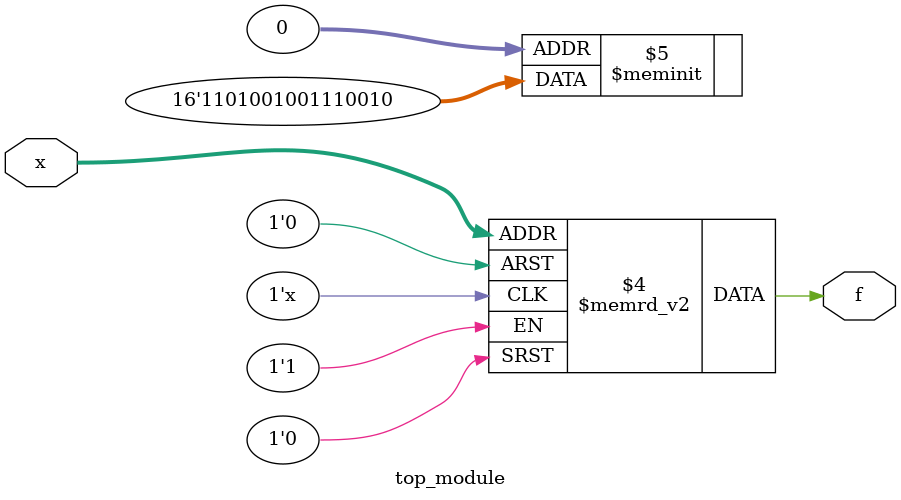
<source format=sv>
module top_module (
    input [4:1] x,
    output logic f
);

always_comb begin
    case (x)
        4'b0001, 4'b0101, 4'b1001: f = 1'b1;
        4'b0010, 4'b0011, 4'b1010, 4'b1011: f = 1'b0; 
        4'b0100, 4'b0110, 4'b1100, 4'b1110: f = 1'b1;
        4'b1111: f = 1'b1;
        default: f = 1'b0; // Use don't-care as 0
    endcase
end

endmodule

</source>
